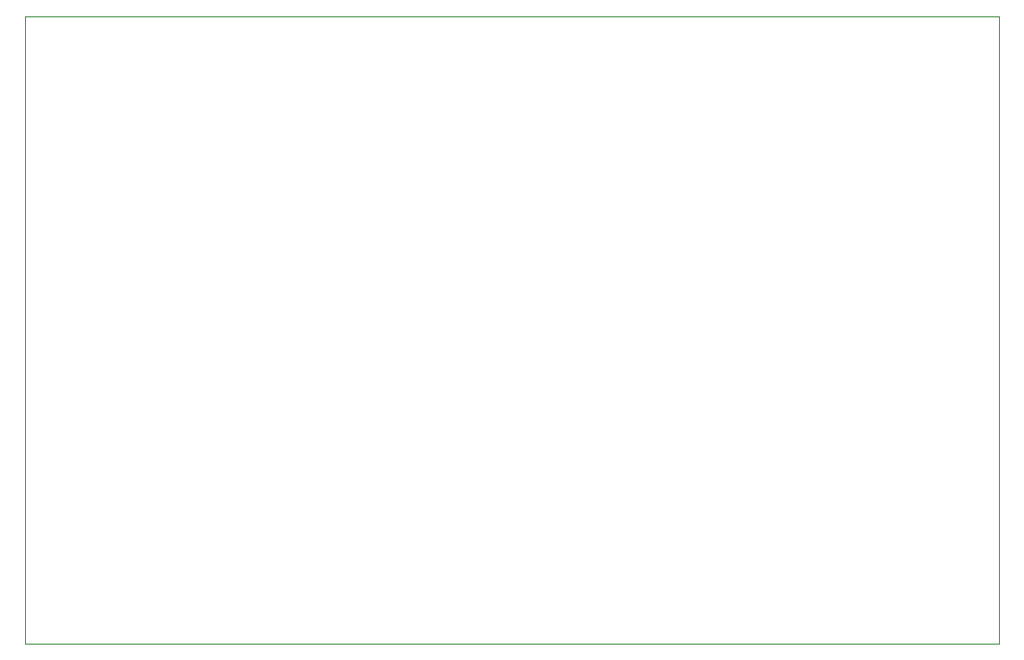
<source format=gbr>
%TF.GenerationSoftware,KiCad,Pcbnew,5.1.9+dfsg1-1*%
%TF.CreationDate,2021-09-29T19:21:48+02:00*%
%TF.ProjectId,main_board,6d61696e-5f62-46f6-9172-642e6b696361,rev?*%
%TF.SameCoordinates,Original*%
%TF.FileFunction,Profile,NP*%
%FSLAX46Y46*%
G04 Gerber Fmt 4.6, Leading zero omitted, Abs format (unit mm)*
G04 Created by KiCad (PCBNEW 5.1.9+dfsg1-1) date 2021-09-29 19:21:48*
%MOMM*%
%LPD*%
G01*
G04 APERTURE LIST*
%TA.AperFunction,Profile*%
%ADD10C,0.050000*%
%TD*%
G04 APERTURE END LIST*
D10*
X127000000Y-96520000D02*
X124460000Y-96520000D01*
X127000000Y-41275000D02*
X127000000Y-96520000D01*
X41275000Y-41275000D02*
X127000000Y-41275000D01*
X41275000Y-96520000D02*
X124460000Y-96520000D01*
X41275000Y-41275000D02*
X41275000Y-96520000D01*
M02*

</source>
